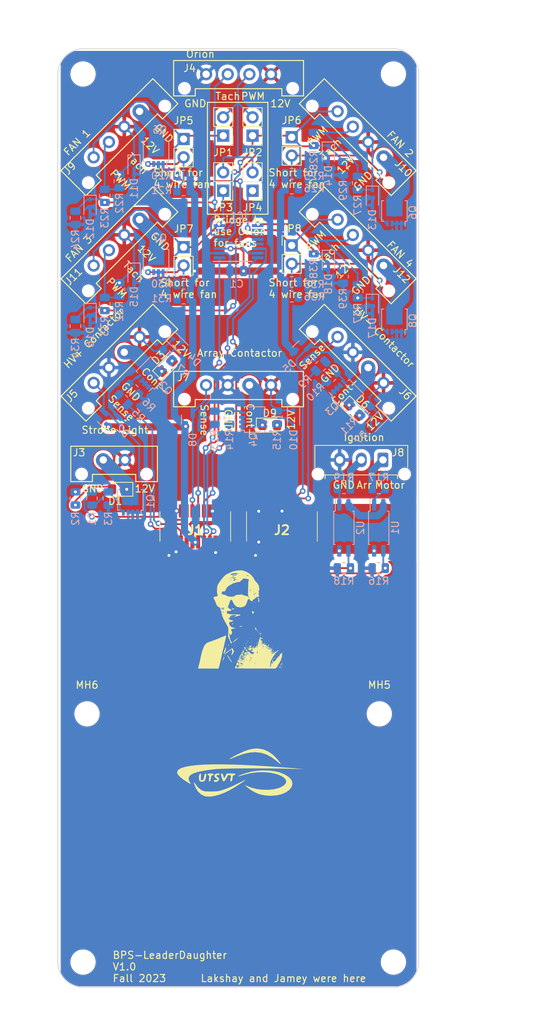
<source format=kicad_pcb>
(kicad_pcb (version 20221018) (generator pcbnew)
  (layers (0 "F.Cu" signal) (31 "B.Cu" signal) (34 "B.Paste" user) (35 "F.Paste" user) (36 "B.SilkS" user "B.Silkscreen") (37 "F.SilkS" user "F.Silkscreen") (38 "B.Mask" user) (39 "F.Mask" user) (44 "Edge.Cuts" user))
  (net 0 "")
  (net 1 "+12V")
  (net 2 "/HV+_Sense")
  (net 3 "GND")
  (net 4 "/HV-_Sense")
  (net 5 "/Array_Sense")
  (net 6 "Net-(D1-A)")
  (net 7 "/HV+ Contactor Driver/CONTACTOR_V-")
  (net 8 "/HV- Contactor Driver/CONTACTOR_V-")
  (net 9 "/Array Contactor Driver/CONTACTOR_V-")
  (net 10 "/Fan Control/TACH1")
  (net 11 "/Fan Control/TACH2")
  (net 12 "/Fan Control/TACH3")
  (net 13 "/Fan Control/TACH4")
  (net 14 "/SCL")
  (net 15 "+3.3V")
  (net 16 "/Fan Control/PWM2")
  (net 17 "/Fan Control/PWM3")
  (net 18 "/Fan Control/PWM4")
  (net 21 "/Fan Control/PWM1")
  (net 22 "/SDA")
  (net 23 "/Fault")
  (net 24 "/Array_EN")
  (net 25 "/HV-_EN")
  (net 26 "/Strobe Light/Strobe_-")
  (net 27 "/Motor_IG")
  (net 28 "/HV+_EN")
  (net 29 "/Fan Control/Fan_PWM1/TACH_IN")
  (net 30 "/Fan Control/Fan_PWM2/TACH_IN")
  (net 31 "/Fan Control/Fan_PWM3/TACH_IN")
  (net 32 "/Fan Control/Fan_PWM4/TACH_IN")
  (net 33 "Net-(Q2-G)")
  (net 34 "Net-(Q3-G)")
  (net 35 "/Arr_IG")
  (net 36 "/Fan Control/ORION_PWM")
  (net 37 "/~{SMBALERT}")
  (net 38 "Net-(Q4-G)")
  (net 39 "Net-(JP5-B)")
  (net 40 "Net-(JP6-B)")
  (net 41 "Net-(JP7-B)")
  (net 42 "Net-(JP8-B)")
  (net 43 "Net-(D3-A)")
  (net 44 "Net-(D6-A)")
  (net 46 "Net-(D9-A)")
  (net 48 "/Fan Control/Fan_PWM1/Fan_-")
  (net 49 "Net-(Q1-G)")
  (net 50 "Net-(R17-Pad1)")
  (net 51 "Net-(R19-Pad1)")
  (net 52 "Net-(J8-Pin_1)")
  (net 53 "Net-(J8-Pin_2)")
  (net 54 "/Fan Control/Fan_PWM2/Fan_-")
  (net 55 "/Fan Control/Fan_PWM3/Fan_-")
  (net 56 "/Fan Control/Fan_PWM4/Fan_-")
  (net 63 "GND1")
  (footprint "UTSVT_Connectors:Molex_MicroFit3.0_1x4xP3.00mm_PolarizingPeg_Vertical" (layer "F.Cu") (at 172.22689 71.881072 135)
    (fp_text reference "J6")
    (fp_text value "Conn_01x04")
  )
  (footprint "MountingHole:MountingHole_3mm" (layer "F.Cu") (at 131.15 117.72)
    (fp_text reference "MH6")
    (fp_text value "M.3")
  )
  (footprint "Connector_PinHeader_2.54mm:PinHeader_1x02_P2.54mm_Vertical" (layer "F.Cu") (at 150.019 45.2602 180)
    (fp_text reference "JP3")
    (fp_text value "Termination Resistors")
  )
  (footprint "UTSVT_Connectors:Molex_53307-2071" (layer "F.Cu") (at 146.15 91.77 180)
    (fp_text reference "J1")
    (fp_text value "DaughterConnector" hide)
  )
  (footprint "UTSVT_Connectors:Molex_MicroFit3.0_1x4xP3.00mm_PolarizingPeg_Vertical" (layer "F.Cu") (at 156.646 72.186 180)
    (fp_text reference "J7")
    (fp_text value "Conn_01x04")
  )
  (footprint "MountingHole:MountingHole_3mm" (layer "F.Cu") (at 173.6 152.1)
    (fp_text reference "MH4" hide)
    (fp_text value "M.3")
  )
  (footprint "LED_SMD:LED_0805_2012Metric_Pad1.15x1.40mm_HandSolder" (layer "F.Cu") (at 135.636 86.614 180)
    (fp_text reference "D1")
    (fp_text value "Green")
  )
  (footprint "UTSVT_Connectors:Molex_MicroFit3.0_1x4xP3.00mm_PolarizingPeg_Vertical" (layer "F.Cu") (at 138.429072 65.517111 -135)
    (fp_text reference "J5")
    (fp_text value "Conn_01x04")
  )
  (footprint "Connector_PinHeader_2.54mm:PinHeader_1x02_P2.54mm_Vertical" (layer "F.Cu") (at 144.526 53.086)
    (fp_text reference "JP7")
    (fp_text value "Termination Resistors")
  )
  (footprint "Connector_PinHeader_2.54mm:PinHeader_1x02_P2.54mm_Vertical" (layer "F.Cu") (at 150.019 37.6402 180)
    (fp_text reference "JP1")
    (fp_text value "Termination Resistors")
  )
  (footprint "Connector_PinHeader_2.54mm:PinHeader_1x02_P2.54mm_Vertical" (layer "F.Cu") (at 159.512 52.842818)
    (fp_text reference "JP8")
    (fp_text value "Termination Resistors")
  )
  (footprint "UTSVT_Connectors:Molex_MicroFit3.0_1x4xP3.00mm_PolarizingPeg_Vertical" (layer "F.Cu") (at 138.429072 49.261111 -135)
    (fp_text reference "J11")
    (fp_text value "Conn_01x04")
  )
  (footprint "Connector_PinHeader_2.54mm:PinHeader_1x02_P2.54mm_Vertical" (layer "F.Cu") (at 144.526 38.1)
    (fp_text reference "JP5")
    (fp_text value "Termination Resistors")
  )
  (footprint "UTSVT_Connectors:Molex_MicroFit3.0_1x2xP3.00mm_PolarizingPeg_Vertical" (layer "F.Cu") (at 136.398 82.55 180)
    (fp_text reference "J3")
    (fp_text value "ErrorLightConn")
  )
  (footprint "UTSVT_Connectors:Molex_MicroFit3.0_1x4xP3.00mm_PolarizingPeg_Vertical" (layer "F.Cu") (at 172.22689 40.639072 135)
    (fp_text reference "J10")
    (fp_text value "Conn_01x04")
  )
  (footprint "MountingHole:MountingHole_3mm" (layer "F.Cu") (at 130.6 29.1 180)
    (fp_text reference "MH2" hide)
    (fp_text value "M.3")
  )
  (footprint "LED_SMD:LED_0805_2012Metric_Pad1.15x1.40mm_HandSolder" (layer "F.Cu") (at 168.18224 75.668335 -45)
    (fp_text reference "D6")
    (fp_text value "Green")
  )
  (footprint "UTSVT_Connectors:Molex_MicroFit3.0_1x4xP3.00mm_PolarizingPeg_Vertical" (layer "F.Cu") (at 138.429072 34.275111 -135)
    (fp_text reference "J9")
    (fp_text value "Conn_01x04")
  )
  (footprint "UTSVT_Connectors:Molex_53307-2071" (layer "F.Cu") (at 158.15 91.77 180)
    (fp_text reference "J2")
    (fp_text value "DaughterConnector" hide)
  )
  (footprint "MountingHole:MountingHole_3mm" (layer "F.Cu") (at 173.6 29.1 180)
    (fp_text reference "MH1" hide)
    (fp_text value "M.3")
  )
  (footprint "MountingHole:MountingHole_3mm" (layer "F.Cu") (at 130.6 152.1)
    (fp_text reference "MH3" hide)
    (fp_text value "M.3")
  )
  (footprint "LED_SMD:LED_0805_2012Metric_Pad1.15x1.40mm_HandSolder" (layer "F.Cu") (at 142.216335 69.561761 45)
    (fp_text reference "D3")
    (fp_text value "Green")
  )
  (footprint "MountingHole:MountingHole_3mm" (layer "F.Cu") (at 171.65 117.72)
    (fp_text reference "MH5")
    (fp_text value "M.3")
  )
  (footprint "UTSVT_Connectors:Molex_MicroFit3.0_1x4xP3.00mm_PolarizingPeg_Vertical" (layer "F.Cu") (at 172.22689 55.625072 135)
    (fp_text reference "J12")
    (fp_text value "Conn_01x04")
  )
  (footprint "UTSVT_Special:UTSVT_Logo_Symbol" (layer "F.Cu") (at 152.078122 125.984)
    (fp_text reference "LOGO2" hide)
    (fp_text value "UTSVT Logo" hide)
  )
  (footprint "Connector_PinHeader_2.54mm:PinHeader_1x02_P2.54mm_Vertical" (layer "F.Cu") (at 154.083 37.6402 180)
    (fp_text reference "JP2")
    (fp_text value "Termination Resistors")
  )
  (footprint "Connector_Molex:Molex_Micro-Fit_3.0_43650-0315_1x03_P3.00mm_Vertical" (layer "F.Cu") (at 172.15225 82.55 180)
    (fp_text reference "J8")
    (fp_text value "Conn_01x03")
  )
  (footprint "Connector_PinHeader_2.54mm:PinHeader_1x02_P2.54mm_Vertical" (layer "F.Cu") (at 159.512 37.856818)
    (fp_text reference "JP6")
    (fp_text value "Termination Resistors")
  )
  (footprint "Connector_PinHeader_2.54mm:PinHeader_1x02_P2.54mm_Vertical" (layer "F.Cu") (at 154.083 45.2652 180)
    (fp_text reference "JP4")
    (fp_text value "Termination Resistors")
  )
  (footprint "UTSVT_Connectors:Molex_MicroFit3.0_1x4xP3.00mm_PolarizingPeg_Vertical" (layer "F.Cu") (at 156.646 29.133 180)
    (fp_text reference "J4")
    (fp_text value "Conn_01x04")
  )
  (footprint "UTSVT_Special:Hallock_Image_Tiny" (layer "F.Cu") (at 151.892 104.467857)
    (fp_text reference "LOGO1" hide)
    (fp_text value "Dr. Hallock" hide)
  )
  (footprint "UTSVT_Connectors:Molex_53307-2071" (layer "F.Cu") (at 146.15 91.77 180)
    (fp_text reference "J1")
    (fp_text value "DaughterConnector" hide)
  )
  (footprint "LED_SMD:LED_0805_2012Metric_Pad1.15x1.40mm_HandSolder" (layer "F.Cu") (at 156.464 77.724)
    (fp_text reference "D9")
    (fp_text value "Green")
  )
  (footprint "Diode_SMD:D_SOD-323" (layer "B.Cu") (at 171.235527 77.284782 -135)
    (fp_text reference "D7")
    (fp_text value "1N4148WS")
  )
  (footprint "Resistor_SMD:R_0805_2012Metric" (layer "B.Cu") (at 169.642062 75.645354 -135)
    (fp_text reference "R11")
    (fp_text value "10k")
  )
  (footprint "Package_TO_SOT_SMD:LFPAK33" (layer "B.Cu") (at 140.061074 70.639392 45)
    (fp_text reference "Q2")
    (fp_text value "BUK9M23-80E")
  )
  (footprint "Resistor_SMD:R_0805_2012Metric" (layer "B.Cu") (at 159.512 42.926)
    (fp_text reference "R25")
    (fp_text value "100k")
  )
  (footprint "Resistor_SMD:R_0805_2012Metric" (layer "B.Cu") (at 133.604 60.96 -90)
    (fp_text reference "R33")
    (fp_text value "20k")
  )
  (footprint "Diode_SMD:D_SOD-323" (layer "B.Cu") (at 170.688 61.214 -90)
    (fp_text reference "D17")
    (fp_text value "1N4148WS")
  )
  (footprint "Resistor_SMD:R_0805_2012Metric" (layer "B.Cu") (at 166.624 57.15 -90)
    (fp_text reference "R39")
    (fp_text value "10k")
  )
  (footprint "Resistor_SMD:R_0805_2012Metric" (layer "B.Cu") (at 157.48 76.6755 -90)
    (fp_text reference "R15")
    (fp_text value "10k")
  )
  (footprint "Resistor_SMD:R_0805_2012Metric" (layer "B.Cu") (at 144.526 43.18 180)
    (fp_text reference "R20")
    (fp_text value "100k")
  )
  (footprint "Resistor_SMD:R_0805_2012Metric" (layer "B.Cu") (at 166.624 42.164 -90)
    (fp_text reference "R29")
    (fp_text value "10k")
  )
  (footprint "Package_TO_SOT_SMD:LFPAK33" (layer "B.Cu") (at 167.104609 73.513074 -45)
    (fp_text reference "Q3")
    (fp_text value "BUK9M23-80E")
  )
  (footprint "Resistor_SMD:R_0805_2012Metric" (layer "B.Cu") (at 168.656 44.196 90)
    (fp_text reference "R27")
    (fp_text value "10k")
  )
  (footprint "Diode_SMD:D_SOD-323" (layer "B.Cu") (at 143.832782 66.508474 -45)
    (fp_text reference "D4")
    (fp_text value "1N4148WS")
  )
  (footprint "Resistor_SMD:R_0805_2012Metric" (layer "B.Cu") (at 142.193354 68.101939 -45)
    (fp_text reference "R7")
    (fp_text value "10k")
  )
  (footprint "Resistor_SMD:R_0805_2012Metric" (layer "B.Cu") (at 159.512 57.912)
    (fp_text reference "R35")
    (fp_text value "100k")
  )
  (footprint "Package_SO:QSOP-16_3.9x4.9mm_P0.635mm" (layer "B.Cu") (at 152.146 52.324)
    (fp_text reference "IC1")
    (fp_text value "ADT7470ARQZ-REEL7")
  )
  (footprint "Resistor_SMD:R_0805_2012Metric" (layer "B.Cu") (at 171.56525 97.536)
    (fp_text reference "R16")
    (fp_text value "100k")
  )
  (footprint "Package_TO_SOT_SMD:LFPAK33" (layer "B.Cu") (at 137.16 88.289 90)
    (fp_text reference "Q1")
    (fp_text value "BUK9M23-80E")
  )
  (footprint "Resistor_SMD:R_0805_2012Metric" (layer "B.Cu") (at 150.876 76.708 -90)
    (fp_text reference "R14")
    (fp_text value "100k")
  )
  (footprint "Package_TO_SOT_SMD:SOT-23" (layer "B.Cu") (at 134.134106 76.566361 135)
    (fp_text reference "D2")
    (fp_text value "BAS70-04")
  )
  (footprint "Package_TO_SOT_SMD:LFPAK33" (layer "B.Cu") (at 173.736 48.275818 90)
    (fp_text reference "Q6")
    (fp_text value "BUK9M23-80E")
  )
  (footprint "Package_TO_SOT_SMD:LFPAK33" (layer "B.Cu") (at 140.716 40.029 90)
    (fp_text reference "Q5")
    (fp_text value "BUK9M23-80E")
  )
  (footprint "Resistor_SMD:R_0805_2012Metric" (layer "B.Cu") (at 148.844 76.708 90)
    (fp_text reference "R13")
    (fp_text value "1k")
  )
  (footprint "Package_SO:SOP-4_4.4x2.6mm_P1.27mm" (layer "B.Cu") (at 166.73925 91.948 -90)
    (fp_text reference "U2")
    (fp_text value "EL3H7")
  )
  (footprint "Diode_SMD:D_SOD-323" (layer "B.Cu") (at 137.668 56.896 -90)
    (fp_text reference "D15")
    (fp_text value "1N4148WS")
  )
  (footprint "Resistor_SMD:R_0805_2012Metric" (layer "B.Cu") (at 133.604 45.974 -90)
    (fp_text reference "R23")
    (fp_text value "20k")
  )
  (footprint "Resistor_SMD:R_0805_2012Metric" (layer "B.Cu") (at 136.109762 74.231494 135)
    (fp_text reference "R5")
    (fp_text value "1k")
  )
  (footprint "Resistor_SMD:R_0805_2012Metric" (layer "B.Cu") (at 166.73925 97.536)
    (fp_text reference "R18")
    (fp_text value "100k")
  )
  (footprint "Resistor_SMD:R_0805_2012Metric" (layer "B.Cu") (at 163.512507 69.561762 45)
    (fp_text reference "R9")
    (fp_text value "1k")
  )
  (footprint "Resistor_SMD:R_0805_2012Metric" (layer "B.Cu") (at 144.526 45.212 180)
    (fp_text reference "R21")
    (fp_text value "100k")
  )
  (footprint "Package_SO:SOP-4_4.4x2.6mm_P1.27mm" (layer "B.Cu") (at 171.56525 91.948 -90)
    (fp_text reference "U1")
    (fp_text value "EL3H7")
  )
  (footprint "Diode_SMD:D_SOD-323" (layer "B.Cu") (at 164.592 55.118 -90)
    (fp_text reference "D18")
    (fp_text value "3.3V")
  )
  (footprint "Resistor_SMD:R_0805_2012Metric" (layer "B.Cu") (at 144.526 58.166 180)
    (fp_text reference "R30")
    (fp_text value "100k")
  )
  (footprint "Resistor_SMD:R_0805_2012Metric" (layer "B.Cu") (at 129.54 87.884 -90)
    (fp_text reference "R2")
    (fp_text value "10k")
  )
  (footprint "Diode_SMD:D_SOD-323" (layer "B.Cu") (at 164.592 40.132 -90)
    (fp_text reference "D14")
    (fp_text value "3.3V")
  )
  (footprint "Package_TO_SOT_SMD:LFPAK33" (layer "B.Cu") (at 173.736 63.261818 90)
    (fp_text reference "Q8")
    (fp_text value "BUK9M23-80E")
  )
  (footprint "Resistor_SMD:R_0805_2012Metric" (layer "B.Cu") (at 129.54 64.008 -90)
    (fp_text reference "R34")
    (fp_text value "10k")
  )
  (footprint "Package_TO_SOT_SMD:SOT-23" (layer "B.Cu") (at 145.796 76.962 90)
    (fp_text reference "D8")
    (fp_text value "BAS70-04")
  )
  (footprint "Resistor_SMD:R_0805_2012Metric" (layer "B.Cu") (at 171.56525 86.487 180)
    (fp_text reference "R17")
    (fp_text value "604")
  )
  (footprint "Resistor_SMD:R_0805_2012Metric" (layer "B.Cu") (at 162.56 53.086 -90)
    (fp_text reference "R38")
    (fp_text value "20k")
  )
  (footprint "Resistor_SMD:R_0805_2012Metric" (layer "B.Cu") (at 129.54 49.022 -90)
    (fp_text reference "R24")
    (fp_text value "10k")
  )
  (footprint "Resistor_SMD:R_0805_2012Metric" (layer "B.Cu") (at 162.56 38.1 -90)
    (fp_text reference "R28")
    (fp_text value "20k")
  )
  (footprint "Capacitor_SMD:C_0805_2012Metric" (layer "B.Cu") (at 151.892 56.388 180)
    (fp_text reference "C1")
    (fp_text value "1uF")
  )
  (footprint "Resistor_SMD:R_0805_2012Metric" (layer "B.Cu") (at 168.656 59.182 90)
    (fp_text reference "R37")
    (fp_text value "10k")
  )
  (footprint "Package_TO_SOT_SMD:LFPAK33" (layer "B.Cu") (at 140.716 55.015 90)
    (fp_text reference "Q7")
    (fp_text value "BUK9M23-80E")
  )
  (footprint "Resistor_SMD:R_0805_2012Metric" (layer "B.Cu") (at 159.512 44.958)
    (fp_text reference "R26")
    (fp_text value "100k")
  )
  (footprint "Resistor_SMD:R_0805_2012Metric" (layer "B.Cu") (at 131.826 87.884 -90)
    (fp_text reference "R1")
    (fp_text value "1k")
  )
  (footprint "Resistor_SMD:R_0805_2012Metric" (layer "B.Cu") (at 135.636 58.928 -90)
    (fp_text reference "R32")
    (fp_text value "10k")
  )
  (footprint "Resistor_SMD:R_0805_2012Metric" (layer "B.Cu") (at 135.636 43.942 -90)
    (fp_text reference "R22")
    (fp_text value "10k")
  )
  (footprint "Resistor_SMD:R_0805_2012Metric" (layer "B.Cu") (at 166.73925 86.487)
    (fp_text reference "R19")
    (fp_text value "604")
  )
  (footprint "Resistor_SMD:R_0805_2012Metric" (layer "B.Cu") (at 159.512 59.944)
    (fp_text reference "R36")
    (fp_text value "100k")
  )
  (footprint "Diode_SMD:D_SOD-323" (layer "B.Cu") (at 137.668 41.91 -90)
    (fp_text reference "D11")
    (fp_text value "1N4148WS")
  )
  (footprint "Package_TO_SOT_SMD:SOT-23" (layer "B.Cu") (at 161.17764 67.586106 45)
    (fp_text reference "D5")
    (fp_text value "BAS70-04")
  )
  (footprint "Diode_SMD:D_SOD-323" (layer "B.Cu") (at 131.572 62.484 -90)
    (fp_text reference "D16")
    (fp_text value "3.3V")
  )
  (footprint "Diode_SMD:D_SOD-323" (layer "B.Cu") (at 170.688 46.228 -90)
    (fp_text reference "D13")
    (fp_text value "1N4148WS")
  )
  (footprint "Resistor_SMD:R_0805_2012Metric" (layer "B.Cu") (at 137.546603 72.794653 -45)
    (fp_text reference "R6")
    (fp_text value "100k")
  )
  (footprint "Package_TO_SOT_SMD:LFPAK33" (layer "B.Cu") (at 154.178 76.962)
    (fp_text reference "Q4")
    (fp_text value "BUK9M23-80E")
  )
  (footprint "Diode_SMD:D_SOD-323" (layer "B.Cu") (at 159.766 76.708 -90)
    (fp_text reference "D10")
    (fp_text value "1N4148WS")
  )
  (footprint "Diode_SMD:D_SOD-323" (layer "B.Cu") (at 131.572 47.498 -90)
    (fp_text reference "D12")
    (fp_text value "3.3V")
  )
  (footprint "Resistor_SMD:R_0805_2012Metric" (layer "B.Cu") (at 164.949348 70.998603 -135)
    (fp_text reference "R10")
    (fp_text value "100k")
  )
  (footprint "Resistor_SMD:R_0805_2012Metric" (layer "B.Cu") (at 134.112 87.884 -90)
    (fp_text reference "R3")
    (fp_text value "100k")
  )
  (footprint "Resistor_SMD:R_0805_2012Metric" (layer "B.Cu") (at 144.526 60.198 180)
    (fp_text reference "R31")
    (fp_text value "100k")
  )
  (gr_rect (start 147.828 33.02) (end 156.21 48.514) (stroke (width 0.15)) (fill none) (layer "F.SilkS"))
  (gr_line locked (start 177.1 152.1) (end 177.1 29.1) (stroke (width 0.1)) (layer "Edge.Cuts"))
  (gr_line locked (start 130.6 155.6) (end 173.6 155.6) (stroke (width 0.1)) (layer "Edge.Cuts"))
  (gr_line locked (start 173.6 25.6) (end 130.6 25.6) (stroke (width 0.1)) (layer "Edge.Cuts"))
  (gr_arc locked (start 127.1 29.1) (mid 128.125126 26.625126) (end 130.6 25.6) (stroke (width 0.1)) (layer "Edge.Cuts"))
  (gr_arc locked (start 177.1 152.1) (mid 176.074874 154.574874) (end 173.6 155.6) (stroke (width 0.1)) (layer "Edge.Cuts"))
  (gr_line locked (start 127.1 29.1) (end 127.1 152.1) (stroke (width 0.1)) (layer "Edge.Cuts"))
  (gr_arc locked (start 130.6 155.6) (mid 128.125126 154.574874) (end 127.1 152.1) (stroke (width 0.1)) (layer "Edge.Cuts"))
  (gr_arc locked (start 173.6 25.6) (mid 176.074874 26.625126) (end 177.1 29.1) (stroke (width 0.1)) (layer "Edge.Cuts"))
  (gr_text "Sense" (at 146.812 74.739571 -90) (layer "F.SilkS") (effects (font (size 1 1)) (justify left bottom)))
  (gr_text "Ignition" (at 166.624 80.01) (layer "F.SilkS") (effects (font (size 1 1)) (justify left bottom)))
  (gr_text "PWM" (at 152.4 32.766) (layer "F.SilkS") (effects (font (size 1 1)) (justify left bottom)))
  (gr_text "Cont-" (at 153.162 74.620523 -90) (layer "F.SilkS") (effects (font (size 1 1)) (justify left bottom)))
  (gr_text "FAN 3" (at 128.778 55.372 45) (layer "F.SilkS") (effects (font (size 1 1)) (justify left bottom)))
  (gr_text "FAN 1" (at 128.524 40.64 45) (layer "F.SilkS") (effects (font (size 1 1)) (justify left bottom)))
  (gr_text "Array Contactor\n" (at 146.304 68.326) (layer "F.SilkS") (effects (font (size 1 1)) (justify left bottom)))
  (gr_text "FAN 4\n" (at 172.466 52.832 -45) (layer "F.SilkS") (effects (font (size 1 1)) (justify left bottom)))
  (gr_text "Tach" (at 163.83 55.626 45) (layer "F.SilkS") (effects (font (size 1 1)) (justify left bottom)))
  (gr_text "Tach" (at 135.89 55.626 315) (layer "F.SilkS") (effects (font (size 1 1)) (justify left bottom)))
  (gr_text "HV+ Contactor\n" (at 128.524 70.104 45) (layer "F.SilkS") (effects (font (size 1 1)) (justify left bottom)))
  (gr_text "GND" (at 135.636 72.39 315) (layer "F.SilkS") (effects (font (size 1 1)) (justify left bottom)))
  (gr_text "PWM" (at 162.052 53.848 45) (layer "F.SilkS") (effects (font (size 1 1)) (justify left bottom)))
  (gr_text "12V" (at 160.02 78.486 90) (layer "F.SilkS") (effects (font (size 1 1)) (justify left bottom)))
  (gr_text "GND" (at 168.656 45.466 45) (layer "F.SilkS") (effects (font (size 1 1)) (justify left bottom)))
  (gr_text "Sense" (at 133.858 74.168 315) (layer "F.SilkS") (effects (font (size 1 1)) (justify left bottom)))
  (gr_text "GND" (at 130.302 87.122) (layer "F.SilkS") (effects (font (size 1 1)) (justify left bottom)))
  (gr_text "Tach" (at 164.084 41.148 45) (layer "F.SilkS") (effects (font (size 1 1)) (justify left bottom)))
  (gr_text "Orion\n" (at 144.78 26.924) (layer "F.SilkS") (effects (font (size 1 1)) (justify left bottom)))
  (gr_text "BPS-LeaderDaughter\nV1.0\nFall 2023" (at 134.62 154.94) (layer "F.SilkS") (effects (font (size 1 1)) (justify left bottom)))
  (gr_text "PWM" (at 133.604 57.912 315) (layer "F.SilkS") (effects (font (size 1 1)) (justify left bottom)))
  (gr_text "GND" (at 150.114 75.406238 -90) (layer "F.SilkS") (effects (font (size 1 1)) (justify left bottom)))
  (gr_text "FAN 2" (at 172.466 37.592 315) (layer "F.SilkS") (effects (font (size 1 1)) (justify left bottom)))
  (gr_text "Short for \n4 wire fan" (at 141.224 60.198) (layer "F.SilkS") (effects (font (size 1 1)) (justify left bottom)))
  (gr_text "Bridge to \nuse Orion \nfor fans" (at 148.59 53.086) (layer "F.SilkS") (effects (font (size 1 1)) (justify left bottom)))
  (gr_text "Short for \n4 wire fan" (at 156.21 44.958) (layer "F.SilkS") (effects (font (size 1 1)) (justify left bottom)))
  (gr_text "Tach" (at 136.398 40.64 315) (layer "F.SilkS") (effects (font (size 1 1)) (justify left bottom)))
  (gr_text "12V" (at 138.43 38.354 315) (layer "F.SilkS") (effects (font (size 1 1)) (justify left bottom)))
  (gr_text "12V" (at 170.434 78.74 45) (layer "F.SilkS") (effects (font (size 1 1)) (justify left bottom)))
  (gr_text "12V" (at 137.668 87.122) (layer "F.SilkS") (effects (font (size 1 1)) (justify left bottom)))
  (gr_text "Strobe Light" (at 130.302 78.994) (layer "F.SilkS") (effects (font (size 1 1)) (justify left bottom)))
  (gr_text "Lakshay and Jamey were here" (at 146.812 154.94) (layer "F.SilkS") (effects (font (size 1 1)) (justify left bottom)))
  (gr_text "Cont-" (at 165.608 75.184 45) (layer "F.SilkS") (effects (font (size 1 1)) (justify left bottom)))
  (gr_text "GND" (at 139.7 51.562 315) (layer "F.SilkS") (effects (font (size 1 1)) (justify left bottom)))
  (gr_text "12V" (at 166.37 43.18 45) (layer "F.SilkS") (effects (font (size 1 1)) (justify left bottom)))
  (gr_text "Sense" (at 161.146 70.286 45) (layer "F.SilkS") (effects (font (size 1 1)) (justify left bottom)))
  (gr_text "Motor" (at 170.942 86.614) (layer "F.SilkS") (effects (font (size 1 1)) (justify left bottom)))
  (gr_text "GND" (at 168.402 59.944 45) (layer "F.SilkS") (effects (font (size 1 1)) (justify left bottom)))
  (gr_text "Tach" (at 148.844 32.766) (layer "F.SilkS") (effects (font (size 1 1)) (justify left bottom)))
  (gr_text "12V" (at 166.116 57.658 45) (layer "F.SilkS") (effects (font (size 1 1)) (justify left bottom)))
  (gr_text "GND" (at 144.526 33.782) (layer "F.SilkS") (effects (font (size 1 1)) (justify left bottom)))
  (gr_text "GND" (at 140.208 36.576 315) (layer "F.SilkS") (effects (font (size 1 1)) (justify left bottom)))
  (gr_text "PWM" (at 134.112 42.926 315) (layer "F.SilkS") (effects (font (size 1 1)) (justify left bottom)))
  (gr_text "Short for \n4 wire fan" (at 156.21 60.198) (layer "F.SilkS") (effects (font (size 1 1)) (justify left bottom)))
  (gr_text "12V" (at 137.922 53.34 315) (layer "F.SilkS") (effects (font (size 1 1)) (justify left bottom)))
  (gr_text "12V" (at 142.748 66.548 315) (layer "F.SilkS") (effects (font (size 1 1)) (justify left bottom)))
  (gr_text "Cont-" (at 138.43 70.358 315) (layer "F.SilkS") (effects (font (size 1 1)) (justify left bottom)))
  (gr_text "PWM" (at 162.306 39.37 45) (layer "F.SilkS") (effects (font (size 1 1)) (justify left bottom)))
  (gr_text "GND" (at 164.084 72.136 45) (layer "F.SilkS") (effects (font (size 1 1)) (justify left bottom)))
  (gr_text "GND" (at 165.1 86.614) (layer "F.SilkS") (effects (font (size 1 1)) (justify left bottom)))
  (gr_text "12V" (at 156.464 33.782) (layer "F.SilkS") (effects (font (size 1 1)) (justify left bottom)))
  (gr_text "HV- Contactor\n" (at 167.894 61.976 315) (layer "F.SilkS") (effects (font (size 1 1)) (justify left bottom)))
  (gr_text "Short for \n4 wire fan" (at 140.26755 44.958) (layer "F.SilkS") (effects (font (size 1 1)) (justify left bottom)))
  (gr_text "Arr" (at 168.402 86.614) (layer "F.SilkS") (effects (font (size 1 1)) (justify left bottom)))
  (via (at 168.656 60.110318) (size 0.8) (drill 0.4) (layers "F.Cu" "B.Cu") (net 1))
  (via (at 168.656 45.124318) (size 0.8) (drill 0.4) (layers "F.Cu" "B.Cu") (net 1))
  (via (at 135.636 58.0155) (size 0.8) (drill 0.4) (layers "F.Cu" "B.Cu") (net 1))
  (via (at 135.636 43.0295) (size 0.8) (drill 0.4) (layers "F.Cu" "B.Cu") (net 1))
  (via (at 129.54 86.9715) (size 0.8) (drill 0.4) (layers "F.Cu" "B.Cu") (net 1))
  (segment (start 138.429072 65.517111) (end 140.368666 67.456705) (width 0.25) (layer "B.Cu") (net 1))
  (segment (start 171.977988 76.54232) (end 170.435789 75.00012) (width 0.25) (layer "B.Cu") (net 1))
  (segment (start 137.668 52.742679) (end 137.668 55.846) (width 0.25) (layer "B.Cu") (net 1))
  (segment (start 170.634318 60.110318) (end 170.688 60.164) (width 0.25) (layer "B.Cu") (net 1))
  (segment (start 170.287296 73.820666) (end 170.287296 75.00012) (width 0.25) (layer "B.Cu") (net 1))
  (segment (start 168.656 60.110318) (end 170.634318 60.110318) (width 0.25) (layer "B.Cu") (net 1))
  (segment (start 170.688 54.086182) (end 170.10557 53.503752) (width 0.25) (layer "B.Cu") (net 1))
  (segment (start 170.688 39.100182) (end 170.10557 38.517752) (width 0.25) (layer "B.Cu") (net 1))
  (segment (start 170.688 45.178) (end 170.688 39.100182) (width 0.25) (layer "B.Cu") (net 1))
  (segment (start 140.368666 67.456705) (end 141.54812 67.456705) (width 0.25) (layer "B.Cu") (net 1))
  (segment (start 156.646 72.186) (end 156.646 74.929) (width 0.25) (layer "B.Cu") (net 1))
  (segment (start 137.668 40.9975) (end 135.636 43.0295) (width 0.25) (layer "B.Cu") (net 1))
  (segment (start 137.668 37.756679) (end 137.668 40.86) (width 0.25) (layer "B.Cu") (net 1))
  (segment (start 159.766 75.658) (end 157.585 75.658) (width 0.25) (layer "B.Cu") (net 1))
  (segment (start 136.307752 36.396431) (end 137.668 37.756679) (width 0.25) (layer "B.Cu") (net 1))
  (segment (start 137.668 55.846) (end 137.668 55.9835) (width 0.25) (layer "B.Cu") (net 1))
  (segment (start 136.307752 51.382431) (end 137.668 52.742679) (width 0.25) (layer "B.Cu") (net 1))
  (segment (start 157.585 75.658) (end 157.48 75.763) (width 0.25) (layer "B.Cu") (net 1))
  (segment (start 172.22689 71.881072) (end 170.287296 73.820666) (width 0.25) (layer "B.Cu") (net 1))
  (segment (start 143.09032 65.766013) (end 141.54812 67.308212) (width 0.25) (layer "B.Cu") (net 1))
  (segment (start 170.435789 75.00012) (end 170.287296 75.00012) (width 0.25) (layer "B.Cu") (net 1))
  (segment (start 141.54812 67.308212) (end 141.54812 67.456705) (width 0.25) (layer "B.Cu") (net 1))
  (segment (start 168.656 45.124318) (end 170.634318 45.124318) (width 0.25) (layer "B.Cu") (net 1))
  (segment (start 156.646 74.929) (end 157.48 75.763) (width 0.25) (layer "B.Cu") (net 1))
  (segment (start 170.634318 45.124318) (end 170.688 45.178) (width 0.25) (layer "B.Cu") (net 1))
  (segment (start 170.688 60.164) (end 170.688 54.086182) (width 0.25) (layer "B.Cu") (net 1))
  (segment (start 137.668 40.86) (end 137.668 40.9975) (width 0.25) (layer "B.Cu") (net 1))
  (segment (start 137.668 55.9835) (end 135.636 58.0155) (width 0.25) (layer "B.Cu") (net 1))
  (segment (start 144.15 92.41411) (end 144.15 93.92) (width 0.25) (layer "F.Cu") (net 2))
  (segment (start 139.954 91.44) (end 140.583862 92.069862) (width 0.25) (layer "F.Cu") (net 2))
  (segment (start 142.822138 92.069862) (end 142.985085 91.906915) (width 0.25) (layer "F.Cu") (net 2))
  (segment (start 140.583862 92.069862) (end 142.822138 92.069862) (width 0.25) (layer "F.Cu") (net 2))
  (segment (start 142.985085 91.906915) (end 143.642805 91.906915) (width 0.25) (layer "F.Cu") (net 2))
  (segment (start 143.642805 91.906915) (end 144.15 92.41411) (width 0.25) (layer "F.Cu") (net 2))
  (via (at 139.954 91.44) (size 0.8) (drill 0.4) (layers "F.Cu" "B.Cu") (net 2))
  (segment (start 139.954 86.36) (end 139.192 85.598) (width 0.25) (layer "B.Cu") (net 2))
  (segment (start 138.977987 85.598) (end 138.36 84.980013) (width 0.25) (layer "B.Cu") (net 2))
  (segment (start 133.895456 75.903448) (end 133.471193 75.903448) (width 0.25) (layer "B.Cu") (net 2))
  (segment (start 139.954 91.44) (end 139.954 86.36) (width 0.25) (layer "B.Cu") (net 2))
  (segment (start 133.471193 73.287154) (end 132.065111 71.881072) (width 0.25) (layer "B.Cu") (net 2))
  (segment (start 138.36 84.980013) (end 138.36 80.367992) (width 0.25) (layer "B.Cu") (net 2))
  (segment (start 138.36 80.367992) (end 133.895456 75.903448) (width 0.25) (layer "B.Cu") (net 2))
  (segment (start 133.471193 75.903449) (end 133.471193 73.287154) (width 0.25) (layer "B.Cu") (net 2))
  (segment (start 139.192 85.598) (end 138.977987 85.598) (width 0.25) (layer "B.Cu") (net 2))
  (segment (start 154.396 89.838) (end 155.196 89.838) (width 0.25) (layer "F.Cu") (net 3))
  (segment (start 148.95 95.356) (end 148.971 95.377) (width 0.25) (layer "F.Cu") (net 3))
  (segment (start 143.35 93.92) (end 143.35 95.140004) (width 0.25) (layer "F.Cu") (net 3))
  (segment (start 155.196 89.838) (end 155.116 89.838) (width 0.25) (layer "F.Cu") (net 3))
  (segment (start 143.35 89.62) (end 143.5505 89.62) (width 0.25) (layer "F.Cu") (net 3))
  (segment (start 143.35 95.140004) (end 143.487042 95.277046) (width 0.25) (layer "F.Cu") (net 3))
  (segment (start 148.95 93.92) (end 148.95 95.356) (width 0.25) (layer "F.Cu") (net 3))
  (segment (start 155.116 89.838) (end 154.94 89.662) (width 0.25) (layer "F.Cu") (net 3))
  (via (at 148.5392 89.6366) (size 0.8) (drill 0.4) (layers "F.Cu" "B.Cu") (net 3))
  (via (at 154.94 93.9292) (size 0.8) (drill 0.4) (layers "F.Cu" "B.Cu") (net 3))
  (via (at 158.1658 89.6366) (size 0.8) (drill 0.4) (layers "F.Cu" "B.Cu") (net 3))
  (via (at 154.94 89.662) (size 0.8) (drill 0.4) (layers "F.Cu" "B.Cu") (net 3))
  (via (at 148.971 95.377) (size 0.8) (drill 0.4) (layers "F.Cu" "B.Cu") (net 3))
  (via (at 143.5505 89.62) (size 0.8) (drill 0.4) (layers "F.Cu" "B.Cu") (net 3))
  (via (at 143.487042 95.277046) (size 0.8) (drill 0.4) (layers "F.Cu" "B.Cu") (net 3))
  (segment (start 162.468818 67.638431) (end 167.984249 67.638431) (width 0.25) (layer "B.Cu") (net 3))
  (segment (start 135.46877 76.557522) (end 134.186431 75.275183) (width 0.25) (layer "B.Cu") (net 3))
  (segment (start 150.5417 53.9115) (end 150.942 54.3118) (width 0.25) (layer "B.Cu") (net 3))
  (segment (start 161.186479 68.92077) (end 162.468818 67.638431) (width 0.25) (layer "B.Cu") (net 3))
  (segment (start 150.318 72.186) (end 150.646 72.186) (width 0.25) (layer "B.Cu") (net 3))
  (segment (start 146.746 77.8995) (end 146.746 75.758) (width 0.25) (layer "B.Cu") (net 3))
  (segment (start 147.7645 53.9115) (end 147.701 53.975) (width 0.25) (layer "B.Cu") (net 3))
  (segment (start 149.4917 53.9115) (end 150.5417 53.9115) (width 0.25) (layer "B.Cu") (net 3))
  (segment (start 149.4917 53.9115) (end 147.7645 53.9115) (width 0.25) (layer "B.Cu") (net 3))
  (segment (start 150.942 54.3118) (end 150.942 56.388) (width 0.25) (layer "B.Cu") (net 3))
  (segment (start 134.186431 75.275183) (end 134.186431 69.759752) (width 0.25) (layer "B.Cu") (net 3))
  (segment (start 146.746 75.758) (end 150.318 72.186) (width 0.25) (layer "B.Cu") (net 3))
  (segment (start 160.952 86.868) (end 159.35 88.47) (width 0.25) (layer "F.Cu") (net 4))
  (segment (start 161.036 86.868) (end 160.952 86.868) (width 0.25) (layer "F.Cu") (net 4))
  (segment (start 159.35 88.47) (end 159.35 89.62) (width 0.25) (layer "F.Cu") (net 4))
  (via (at 161.036 86.868) (size 0.8) (drill 0.4) (layers "F.Cu" "B.Cu") (net 4))
  (segment (start 161.036 70.272893) (end 160.189988 69.426881) (width 0.25) (layer "B.Cu") (net 4))
  (segment (start 160.189988 69.426881) (end 160.189988 68.573758) (width 0.25) (layer "B.Cu") (net 4))
  (segment (start 161.036 86.868) (end 161.036 70.272893) (width 0.25) (layer "B.Cu") (net 4))
  (segment (start 160.189988 68.573758) (end 161.840553 66.923193) (width 0.25) (layer "B.Cu") (net 4))
  (segment (start 161.840552 66.923193) (end 164.456847 66.923193) (width 0.25) (layer "B.Cu") (net 4))
  (segment (start 164.456847 66.923193) (end 165.862929 65.517111) (width 0.25) (layer "B.Cu") (net 4))
  (segment (start 145.75 88.092) (end 145.75 89.62) (width 0.25) (layer "F.Cu") (net 5))
  (via (at 145.75 88.092) (size 0.8) (drill 0.4) (layers "F.Cu" "B.Cu") (net 5))
  (segment (start 145.796 88.046) (end 145.75 88.092) (width 0.25) (layer "B.Cu") (net 5))
  (segment (start 145.796 76.0245) (end 147.646 74.1745) (width 0.25) (layer "B.Cu") (net 5))
  (segment (start 147.646 74.1745) (end 147.646 72.186) (width 0.25) (layer "B.Cu") (net 5))
  (segment (start 145.796 76.0245) (end 145.796 88.046) (width 0.25) (layer "B.Cu") (net 5))
  (segment (start 134.2435 86.2465) (end 134.611 86.614) (width 0.25) (layer "F.Cu") (net 6))
  (segment (start 129.54 88.232195) (end 131.525695 86.2465) (width 0.25) (layer "F.Cu") (net 6))
  (segment (start 129.54 88.7965) (end 129.54 88.232195) (width 0.25) (layer "F.Cu") (net 6))
  (segment (start 131.525695 86.2465) (end 134.2435 86.2465) (width 0.25) (layer "F.Cu") (net 6))
  (via (at 129.54 88.7965) (size 0.8) (drill 0.4) (layers "F.Cu" "B.Cu") (net 6))
  (via (at 141.497915 70.280182) (size 0.8) (drill 0.4) (layers "F.Cu" "B.Cu") (net 7))
  (segment (start 137.63287 67.638431) (end 140.347453 70.353014) (width 2) (layer "B.Cu") (net 7))
  (segment (start 140.347453 70.053908) (end 140.347453 70.353014) (width 0.25) (layer "B.Cu") (net 7))
  (segment (start 144.575244 67.250937) (end 143.150424 67.250937) (width 0.25) (layer "B.Cu") (net 7))
  (segment (start 136.307752 67.638431) (end 137.63287 67.638431) (width 2) (layer "B.Cu") (net 7))
  (segment (start 143.150424 67.250937) (end 140.347453 70.053908) (width 0.25) (layer "B.Cu") (net 7))
  (via (at 167.463819 74.949915) (size 0.8) (drill 0.4) (layers "F.Cu" "B.Cu") (net 8))
  (segment (start 167.690093 73.799453) (end 167.390987 73.799453) (width 0.25) (layer "B.Cu") (net 8))
  (segment (start 170.493064 78.027244) (end 170.493064 76.602424) (width 0.25) (layer "B.Cu") (net 8))
  (segment (start 170.493064 76.602424) (end 167.690093 73.799453) (width 0.25) (layer "B.Cu") (net 8))
  (segment (start 170.10557 71.08487) (end 167.390987 73.799453) (width 2) (layer "B.Cu") (net 8))
  (segment (start 170.10557 69.759752) (end 170.10557 71.08487) (width 2) (layer "B.Cu") (net 8))
  (via (at 155.448 77.724) (size 0.8) (drill 0.4) (layers "F.Cu" "B.Cu") (net 9))
  (segment (start 159.766 77.758) (end 158.7585 76.7505) (width 0.25) (layer "B.Cu") (net 9))
  (segment (start 154.7945 76.7505) (end 154.583 76.962) (width 0.25) (layer "B.Cu") (net 9))
  (segment (start 158.7585 76.7505) (end 154.7945 76.7505) (width 0.25) (layer "B.Cu") (net 9))
  (segment (start 154.583 73.123) (end 154.583 76.962) (width 2) (layer "B.Cu") (net 9))
  (segment (start 153.646 72.186) (end 154.583 73.123) (width 2) (layer "B.Cu") (net 9))
  (segment (start 133.604 46.8865) (end 148.8205 46.8865) (width 0.25) (layer "F.Cu") (net 10))
  (segment (start 148.8205 46.8865) (end 148.844 46.863) (width 0.25) (layer "F.Cu") (net 10))
  (via (at 133.604 46.8865) (size 0.8) (drill 0.4) (layers "F.Cu" "B.Cu") (net 10))
  (via (at 148.844 46.863) (size 0.8) (drill 0.4) (layers "F.Cu" "B.Cu") (net 10))
  (segment (start 131.2015 46.448) (end 131.572 46.448) (width 0.25) (layer "B.Cu") (net 10))
  (segment (start 133.1655 46.448) (end 133.604 46.8865) (width 0.25) (layer "B.Cu") (net 10))
  (segment (start 148.844 30.935) (end 150.646 29.133) (width 0.25) (layer "B.Cu") (net 10))
  (segment (start 148.844 48.768) (end 148.844 46.863) (width 0.25) (layer "B.Cu") (net 10))
  (segment (start 131.572 46.448) (end 133.1655 46.448) (width 0.25) (layer "B.Cu") (net 10))
  (segment (start 148.844 46.863) (end 148.844 30.935) (width 0.25) (layer "B.Cu") (net 10))
  (segment (start 129.54 48.1095) (end 131.2015 46.448) (width 0.25) (layer "B.Cu") (net 10))
  (segment (start 148.421 51.364) (end 148.336 51.279) (width 0.25) (layer "B.Cu") (net 10))
  (segment (start 148.336 51.279) (end 148.336 49.276) (width 0.25) (layer "B.Cu") (net 10))
  (segment (start 148.336 49.276) (end 148.844 48.768) (width 0.25) (layer "B.Cu") (net 10))
  (segment (start 149.431 51.364) (end 148.421 51.364) (width 0.25) (layer "B.Cu") (net 10))
  (segment (start 152.183604 42.672) (end 155.739604 39.116) (width 0.25) (layer "F.Cu") (net 11))
  (segment (start 151.5877 42.672) (end 152.183604 42.672) (width 0.25) (layer "F.Cu") (net 11))
  (segment (start 155.739604 39.116) (end 162.4565 39.116) (width 0.25) (layer "F.Cu") (net 11))
  (segment (start 162.4565 39.116) (end 162.56 39.0125) (width 0.25) (layer "F.Cu") (net 11))
  (via (at 151.5877 42.672) (size 0.8) (drill 0.4) (layers "F.Cu" "B.Cu") (net 11))
  (via (at 162.56 39.0125) (size 0.8) (drill 0.4) (layers "F.Cu" "B.Cu") (net 11))
  (segment (start 151.194 49.951) (end 151.194 43.0657) (width 0.25) (layer "B.Cu") (net 11))
  (segment (start 151.194 43.0657) (end 151.5877 42.672) (width 0.25) (layer "B.Cu") (net 11))
  (segment (start 166.624 41.2515) (end 166.624 41.114) (width 0.25) (layer "B.Cu") (net 11))
  (segment (start 164.5225 39.0125) (end 164.592 39.082) (width 0.25) (layer "B.Cu") (net 11))
  (segment (start 150.421 50.724) (end 151.194 49.951) (width 0.25) (layer "B.Cu") (net 11))
  (segment (start 149.431 50.724) (end 150.421 50.724) (width 0.25) (layer "B.Cu") (net 11))
  (segment (start 162.56 39.0125) (end 164.5225 39.0125) (width 0.25) (layer "B.Cu") (net 11))
  (segment (start 166.624 41.114) (end 164.592 39.082) (width 0.25) (layer "B.Cu") (net 11))
  (segment (start 150.749 61.849) (end 151.384 61.214) (width 0.25) (layer "F.Cu") (net 12))
  (segment (start 133.604 61.849) (end 150.749 61.849) (width 0.25) (layer "F.Cu") (net 12))
  (via (at 151.384 61.214) (size 0.8) (drill 0.4) (layers "F.Cu" "B.Cu") (net 12))
  (via (at 133.604 61.849) (size 0.8) (drill 0.4) (layers "F.Cu" "B.Cu") (net 12))
  (segment (start 149.659 52.559) (end 149.479 52.739) (width 0.25) (layer "B.Cu") (net 12))
  (segment (start 129.54 63.0955) (end 131.2015 61.434) (width 0.25) (layer "B.Cu") (net 12))
  (segment (start 151.619 52.559) (end 149.659 52.559) (width 0.25) (layer "B.Cu") (net 12))
  (segment (start 133.1655 61.434) (end 133.5805 61.849) (width 0.25) (layer "B.Cu") (net 12))
  (segment (start 131.2015 61.434) (end 131.572 61.434) (width 0.25) (layer "B.Cu") (net 12))
  (segment (start 133.5805 61.849) (end 133.604 61.849) (width 0.25) (layer "B.Cu") (net 12))
  (segment (start 151.384 61.214) (end 151.767 60.831) (width 0.25) (layer "B.Cu") (net 12))
  (segment (start 133.604 61.849) (end 133.604 61.8725) (width 0.25) (layer "B.Cu") (net 12))
  (segment (start 151.767 52.707) (end 151.619 52.559) (width 0.25) (layer "B.Cu") (net 12))
  (segment (start 131.572 61.434) (end 133.1655 61.434) (width 0.25) (layer "B.Cu") (net 12))
  (segment (start 151.767 60.831) (end 151.767 52.707) (width 0.25) (layer "B.Cu") (net 12))
  (segment (start 162.56 53.9985) (end 162.56 53.486) (width 0.25) (layer "F.Cu") (net 13))
  (segment (start 162.56 53.486) (end 158.978498 49.904498) (width 0.25) (layer "F.Cu") (net 13))
  (segment (start 158.978498 49.904498) (end 154.874258 49.904498) (width 0.25) (layer "F.Cu") (net 13))
  (via (at 162.56 53.9985) (size 0.8) (drill 0.4) (layers "F.Cu" "B.Cu") (net 13))
  (via (at 154.874258 49.904498) (size 0.8) (drill 0.4) (layers "F.Cu" "B.Cu") (net 13))
  (segment (start 162.56 53.9985) (end 164.5225 53.9985) (width 0.25) (layer "B.Cu") (net 13))
  (segment (start 164.5225 53.9985) (end 164.592 54.068) (width 0.25) (layer "B.Cu") (net 13))
  (segment (start 166.624 56.1) (end 164.592 54.068) (width 0.25) (layer "B.Cu") (net 13))
  (segment (start 166.624 56.2375) (end 166.624 56.1) (width 0.25) (layer "B.Cu") (net 13))
  (segment (start 148.15 92.988204) (end 148.15 93.92) (width 0.25) (layer "F.Cu") (net 14))
  (segment (start 148.412903 92.694975) (end 148.412903 92.725301) (width 0.25) (layer "F.Cu") (net 14))
  (segment (start 148.545603 79.420103) (end 148.821 79.144706) (width 0.25) (layer "F.Cu") (net 14))
  (segment (start 148.821 79.144706) (end 148.821 69.746) (width 0.25) (layer "F.Cu") (net 14))
  (segment (start 148.687395 92.420483) (end 148.412903 92.694975) (width 0.25) (layer "F.Cu") (net 14))
  (segment (start 148.412903 92.725301) (end 148.15 92.988204) (width 0.25) (layer "F.Cu") (net 14))
  (segment (start 148.821 69.746) (end 149.479 69.088) (width 0.25) (layer "F.Cu") (net 14))
  (via (at 148.687395 92.420483) (size 0.8) (drill 0.4) (layers "F.Cu" "B.Cu") (net 14))
  (via (at 148.545603 79.420103) (size 0.8) (drill 0.4) (layers "F.Cu" "B.Cu") (net 14))
  (via (at 149.479 69.088) (size 0.8) (drill 0.4) (layers "F.Cu" "B.Cu") (net 14))
  (segment (start 147.8142 89.336295) (end 147.828 89.322495) (width 0.25) (layer "B.Cu") (net 14))
  (segment (start 149.4917 54.5465) (end 149.4917 69.0753) (width 0.25) (layer "B.Cu") (net 14))
  (segment (start 147.828 81.670305) (end 148.299 81.199305) (width 0.25) (layer "B.Cu") (net 14))
  (segment (start 147.828 89.322495) (end 147.828 81.670305) (width 0.25) (layer "B.Cu") (net 14))
  (segment (start 149.4917 69.0753) (end 149.479 69.088) (width 0.25) (layer "B.Cu") (net 14))
  (segment (start 148.687395 92.399972) (end 147.8142 91.526777) (width 0.25) (layer "B.Cu") (net 14))
  (segment (start 148.687395 92.420483) (end 148.687395 92.399972) (width 0.25) (layer "B.Cu") (net 14))
  (segment (start 148.299 81.199305) (end 148.299 79.666706) (width 0.25) (layer "B.Cu") (net 14))
  (segment (start 147.8142 91.526777) (end 147.8142 89.336295) (width 0.25) (layer "B.Cu") (net 14))
  (segment (start 148.299 79.666706) (end 148.545603 79.420103) (width 0.25) (layer "B.Cu") (net 14))
  (segment (start 145.606502 94.138) (end 145.596 94.138) (width 0.25) (layer "F.Cu") (net 15))
  (segment (start 152.4 53.284) (end 151.0425 53.284) (width 0.25) (layer "F.Cu") (net 15))
  (segment (start 153.0298 52.6542) (end 152.4 53.284) (width 0.25) (layer "F.Cu") (net 15))
  (segment (start 134.112 77.978) (end 144.739 77.978) (width 1) (layer "F.Cu") (net 15))
  (segment (start 157.988 56.388) (end 152.842 56.388) (width 1) (layer "F.Cu") (net 15))
  (segment (start 152.4 53.284) (end 152.842 53.726) (width 0.25) (layer "F.Cu") (net 15))
  (segment (start 153.5176 52.6542) (end 153.0298 52.6542) (width 0.25) (layer "F.Cu") (net 15))
  (segment (start 145.824502 93.92) (end 145.606502 94.138) (width 0.25) (layer "F.Cu") (net 15))
  (segment (start 152.842 53.726) (end 152.842 56.388) (width 0.25) (layer "F.Cu") (net 15))
  (segment (start 146.05 56.388) (end 152.842 56.388) (width 1) (layer "F.Cu") (net 15))
  (segment (start 144.739 77.978) (end 144.8175 77.8995) (width 1) (layer "F.Cu") (net 15))
  (via (at 146.1516 93.9546) (size 0.8) (drill 0.4) (layers "F.Cu" "B.Cu") (net 15))
  (via (at 151.0425 53.284) (size 0.8) (drill 0.4) (layers "F.Cu" "B.Cu") (net 15))
  (via (at 134.112 77.978) (size 0.8) (drill 0.4) (layers "F.Cu" "B.Cu") (net 15))
  (via (at 144.8175 77.8995) (size 0.8) (drill 0.4) (layers "F.Cu" "B.Cu") (net 15))
  (via (at 153.5176 52.6542) (size 0.8) (drill 0.4) (layers "F.Cu" "B.Cu") (net 15))
  (via (at 157.988 56.388) (size 0.8) (drill 0.4) (layers "F.Cu" "B.Cu") (net 15))
  (via (at 152.842 56.388) (size 0.8) (drill 0.4) (layers "F.Cu" "B.Cu") (net 15))
  (via (at 170.93025 95.1355) (size 0.8) (drill 0.4) (layers "F.Cu" "B.Cu") (net 15))
  (via (at 166.10425 95.1355) (size 0.8) (drill 0.4) (layers "F.Cu" "B.Cu") (net 15))
  (via (at 146.05 56.388) (size 0.8) (drill 0.4) (layers "F.Cu" "B.Cu") (net 15))
  (segment (start 134.125267 77.901025) (end 134.125267 77.964733) (width 1) (layer "B.Cu") (net 15))
  (segment (start 146.076 57.5285) (end 145.4385 58.166) (width 1) (layer "B.Cu") (net 15))
  (segment (start 146.05 56.388) (end 146.076 56.414) (width 1) (layer "B.Cu") (net 15))
  (segment (start 146.076 45.8495) (end 146.076 56.362) (width 1) (layer "B.Cu") (net 15))
  (segment (start 158.5995 42.926) (end 158.5995 44.958) (width 1) (layer "B.Cu") (net 15))
  (segment (start 157.962 57.2745) (end 158.5995 57.912) (width 1) (layer "B.Cu") (net 15))
  (segment (start 146.076 56.362) (end 146.05 56.388) (width 1) (layer "B.Cu") (net 15))
  (segment (start 145.4385 58.166) (end 145.4385 60.198) (width 1) (layer "B.Cu") (net 15))
  (segment (start 146.076 56.414) (end 146.076 57.5285) (width 1) (layer "B.Cu") (net 15))
  (segment (start 158.5995 66.333791) (end 159.842976 67.577267) (width 1) (layer "B.Cu") (net 15))
  (segment (start 144.717 77.8995) (end 143.257 76.4395) (width 1) (layer "B.Cu") (net 15))
  (segment (start 144.717 79.756) (end 144.65 79.823) (width 1) (layer "B.Cu") (net 15))
  (segment (start 157.962 45.5955) (end 158.5995 44.958) (width 1) (layer "B.Cu") (net 15))
  (segment (start 143.257 76.4395) (end 143.257 73.570657) (width 1) (layer "B.Cu") (net 15))
  (segment (start 158.5995 59.944) (end 158.5995 66.333791) (width 1) (layer "B.Cu") (net 15))
  (segment (start 144.717 79.756) (end 144.717 77.8995) (width 1) (layer "B.Cu") (net 15))
  (segment (start 145.4385 45.212) (end 146.076 45.8495) (width 1) (layer "B.Cu") (net 15))
  (segment (start 153.7828 52.644) (end 154.607 52.644) (width 0.25) (layer "B.Cu") (net 15))
  (segment (start 143.257 73.570657) (end 145.796 71.031657) (width 1) (layer "B.Cu") (net 15))
  (segment (start 145.796 71.031657) (end 145.796 60.5555) (width 1) (layer "B.Cu") (net 15))
  (segment (start 145.796 60.5555) (end 145.4385 60.198) (width 1) (layer "B.Cu") (net 15))
  (segment (start 158.5995 57.912) (end 158.5995 59.944) (width 1) (layer "B.Cu") (net 15))
  (segment (start 144.65 79.823) (end 144.65 92.453) (width 1) (layer "B.Cu") (net 15))
  (segment (start 151.0425 53.284) (end 149.177 53.284) (width 0.25) (layer "B.Cu") (net 15))
  (segment (start 157.962 56.261) (end 157.962 45.5955) (width 1) (layer "B.Cu") (net 15))
  (segment (start 157.962 56.261) (end 157.962 57.2745) (width 1) (layer "B.Cu") (net 15))
  (segment (start 145.4385 43.18) (end 145.4385 45.212) (width 1) (layer "B.Cu") (net 15))
  (segment (start 134.125267 77.964733) (end 134.112 77.978) (width 1) (layer "B.Cu") (net 15))
  (segment (start 144.65 92.453) (end 146.1516 93.9546) (width 1) (layer "B.Cu") (net 15))
  (segment (start 153.7726 52.6542) (end 153.7828 52.644) (width 0.25) (layer "B.Cu") (net 15))
  (segment (start 153.5176 52.6542) (end 153.7726 52.6542) (width 0.25) (layer "B.Cu") (net 15))
  (segment (start 154.083 37.6402) (end 159.295382 37.6402) (width 0.25) (layer "F.Cu") (net 16))
  (segment (start 154.083 39.6815) (end 154.083 37.6402) (width 0.25) (layer "F.Cu") (net 16))
  (segment (start 152.4 41.3645) (end 154.083 39.6815) (width 0.25) (layer "F.Cu") (net 16))
  (segment (start 159.295382 37.6402) (end 159.512 37.856818) (width 0.25) (layer "F.Cu") (net 16))
  (via (at 152.4 41.3645) (size 0.8) (drill 0.4) (layers "F.Cu" "B.Cu") (net 16))
  (segment (start 160.687 42.6635) (end 160.4245 42.926) (width 0.25) (layer "B.Cu") (net 16))
  (segment (start 152.4 41.3645) (end 152.3122 41.4523) (width 0.25) (layer "B.Cu") (net 16))
  (segment (start 163.054301 34.290929) (end 165.862929 34.290929) (width 0.25) (layer "B.Cu") (net 16))
  (segment (start 151.644 51.048) (end 150.688 52.004) (width 0.25) (layer "B.Cu") (net 16))
  (segment (start 159.512 37.856818) (end 160.687 39.031818) (width 0.25) (layer "B.Cu") (net 16))
  (segment (start 152.3122 41.4523) (end 152.3122 42.972305) (width 0.25) (layer "B.Cu") (net 16))
  (segment (start 150.688 52.004) (end 149.177 52.004) (width 0.25) (layer "B.Cu") (net 16))
  (segment (start 151.644 43.640505) (end 151.644 51.048) (width 0.25) (layer "B.Cu") (net 16))
  (segment (start 159.512 37.856818) (end 159.512 37.83323) (width 0.25) (layer "B.Cu") (net 16))
  (segment (start 160.687 39.031818) (end 160.687 42.6635) (width 0.25) (layer "B.Cu") (net 16))
  (segment (start 159.512 37.83323) (end 163.054301 34.290929) (width 0.25) (layer "B.Cu") (net 16))
  (segment (start 152.3122 42.972305) (end 151.644 43.640505) (width 0.25) (layer "B.Cu") (net 16))
  (segment (start 144.526 53.086) (end 146.249498 53.086) (width 0.25) (layer "F.Cu") (net 17))
  (segment (start 146.249498 53.086) (end 149.431 49.904498) (width 0.25) (layer "F.Cu") (net 17))
  (via (at 149.431 49.904498) (size 0.8) (drill 0.4) (layers "F.Cu" "B.Cu") (net 17))
  (segment (start 132.065111 55.625072) (end 132.065111 53.75124) (width 0.25) (layer "B.Cu") (net 17))
  (segment (start 132.065111 53.75124) (end 137.88024 47.936111) (width 0.25) (layer "B.Cu") (net 17))
  (segment (start 143.256 54.356) (end 143.256 57.8085) (width 0.25) (layer "B.Cu") (net 17))
  (segment (start 144.526 53.086) (end 143.256 54.356) (width 0.25) (layer "B.Cu") (net 17))
  (segment (start 150.019 45.2602) (end 150.019 49.316498) (width 0.25) (layer "B.Cu") (net 17))
  (segment (start 150.019 49.316498) (end 149.431 49.904498) (width 0.25) (layer "B.Cu") (net 17))
  (segment (start 139.376111 47.936111) (end 144.526 53.086) (width 0.25) (layer "B.Cu") (net 17))
  (segment (start 137.88024 47.936111) (end 139.376111 47.936111) (width 0.25) (layer "B.Cu") (net 17))
  (segment (start 143.256 57.8085) (end 143.6135 58.166) (width 0.25) (layer "B.Cu") (net 17))
  (segment (start 153.728287 50.736521) (end 157.416521 50.736521) (width 0.25) (layer "F.Cu") (net 18))
  (segment (start 157.416521 50.736521) (end 159.512 52.832) (width 0.25) (layer "F.Cu") (net 18))
  (segment (start 159.512 52.832) (end 159.512 52.842818) (width 0.25) (layer "F.Cu") (net 18))
  (segment (start 153.411611 50.419845) (end 153.728287 50.736521) (width 0.25) (layer "F.Cu") (net 18))
  (via (at 153.411611 50.419845) (size 0.8) (drill 0.4) (layers "F.Cu" "B.Cu") (net 18))
  (segment (start 159.512 52.842818) (end 160.687 54.017818) (width 0.25) (layer "B.Cu") (net 18))
  (segment (start 153.597 50.724) (end 154.607 50.724) (width 0.25) (layer "B.Cu") (net 18))
  (segment (start 163.054301 49.276929) (end 165.862929 49.276929) (width 0.25) (layer "B.Cu") (net 18))
  (segment (start 153.715766 50.724) (end 154.861 50.724) (width 0.25) (layer "B.Cu") (net 18))
  (segment (start 154.083 45.2652) (end 153.416 45.9322) (width 0.25) (layer "B.Cu") (net 18))
  (segment (start 153.416 50.543) (end 153.597 50.724) (width 0.25) (layer "B.Cu") (net 18))
  (segment (start 160.687 57.6495) (end 160.4245 57.912) (width 0.25) (layer "B.Cu") (net 18))
  (segment (start 153.411611 50.419845) (end 153.715766 50.724) (width 0.25) (layer "B.Cu") (net 18))
  (segment (start 153.416 45.9322) (end 153.416 50.543) (width 0.25) (layer "B.Cu") (net 18))
  (segment (start 160.687 54.017818) (end 160.687 57.6495) (width 0.25) (layer "B.Cu") (net 18))
  (segment (start 159.512 52.81923) (end 163.054301 49.276929) (width 0.25) (layer "B.Cu") (net 18))
  (segment (start 159.512 52.842818) (end 159.512 52.81923) (width 0.25) (layer "B.Cu") (net 18))
  (segment (start 152.3685 43.942) (end 144.3755 43.942) (width 0.25) (layer "F.Cu") (net 21))
  (segment (start 144.3755 43.942) (end 143.6135 43.18) (width 0.25) (layer "F.Cu") (net 21))
  (segment (start 150.019 37.6402) (end 144.9858 37.6402) (width 0.25) (layer "F.Cu") (net 21))
  (segment (start 144.9858 37.6402) (end 144.526 38.1) (width 0.25) (layer "F.Cu") (net 21))
  (via (at 143.6135 43.18) (size 0.8) (drill 0.4) (layers "F.Cu" "B.Cu") (net 21))
  (via (at 152.3685 43.942) (size 0.8) (drill 0.4) (layers "F.Cu" "B.Cu") (net 21))
  (segment (start 152.3685 52.8513) (end 152.3685 43.942) (width 0.25) (layer "B.Cu") (net 21))
  (segment (start 143.256 42.8225) (end 143.6135 43.18) (width 0.25) (layer "B.Cu") (net 21))
  (segment (start 153.4412 53.924) (end 152.3685 52.8513) (width 0.25) (layer "B.Cu") (net 21))
  (segment (start 154.861 53.924) (end 153.4412 53.924) (width 0.25) (layer "B.Cu") (net 21))
  (segment (start 139.376111 32.950111) (end 144.526 38.1) (width 0.25) (layer "B.Cu") (net 21))
  (segment (start 144.526 38.1) (end 143.256 39.37) (width 0.25) (layer "B.Cu") (net 21))
  (segment (start 132.065111 38.76524) (end 137.88024 32.950111) (width 0.25) (layer "B.Cu") (net 21))
  (segment (start 143.256 39.37) (end 143.256 42.8225) (width 0.25) (layer "B.Cu") (net 21))
  (segment (start 137.88024 32.950111) (end 139.376111 32.950111) (width 0.25) (layer "B.Cu") (net 21))
  (segment (start 132.065111 40.639072) (end 132.065111 38.76524) (width 0.25) (layer "B.Cu") (net 21))
  (segment (start 150.622 68.970305) (end 150.622 67.056) (width 0.25) (layer "F.Cu") (net 22))
  (segment (start 148.327897 80.145103) (end 148.845908 80.145103) (width 0.25) (layer "F.Cu") (net 22))
  (segment (start 147.574 80.899) (end 148.327897 80.145103) (width 0.25) (layer "F.Cu") (net 22))
  (segment (start 147.687862 92.425744) (end 147.35 92.763606) (width 0.25) (layer "F.Cu") (net 22))
  (segment (start 148.845908 80.145103) (end 149.352 79.639011) (width 0.25) (layer "F.Cu") (net 22))
  (segment (start 147.35 92.763606) (end 147.35 93.92) (width 0.25) (layer "F.Cu") (net 22))
  (segment (start 149.352 70.240305) (end 150.622 68.970305) (width 0.25) (layer "F.Cu") (net 22))
  (segment (start 149.352 79.639011) (end 149.352 70.240305) (width 0.25) (layer "F.Cu") (net 22))
  (via (at 147.687862 92.425744) (size 0.8) (drill 0.4) (layers "F.Cu" "B.Cu") (net 22))
  (via (at 150.622 67.056) (size 0.8) (drill 0.4) (layers "F.Cu" "B.Cu") (net 22))
  (via (at 147.574 80.899) (size 0.8) (drill 0.4) (layers "F.Cu" "B.Cu") (net 22))
  (segment (start 153.667 55.6798) (end 153.667 59.956305) (width 0.25) (layer "B.Cu") (net 22))
  (segment (start 147.378 89.136099) (end 147.3642 89.149899) (width 0.25) (layer "B.Cu") (net 22))
  (segment (start 150.622 63.001305) (end 153.667 59.956305) (width 0.25) (layer "B.Cu") (net 22))
  (segment (start 147.3642 92.102082) (end 147.687862 92.425744) (width 0.25) (layer "B.Cu") (net 22))
  (segment (start 147.378 81.095) (end 147.378 89.136099) (width 0.25) (layer "B.Cu") (net 22))
  (segment (start 147.3642 89.149899) (end 147.3642 92.102082) (width 0.25) (layer "B.Cu") (net 22))
  (segment (start 147.574 80.899) (end 147.378 81.095) (width 0.25) (layer "B.Cu") (net 22))
  (segment (start 154.8003 54.5465) (end 153.667 55.6798) (width 0.25) (layer "B.Cu") (net 22))
  (segment (start 150.622 67.056) (end 150.622 63.001305) (width 0.25) (layer "B.Cu") (net 22))
  (segment (start 144.95 89.62) (end 144.95 90.77) (width 0.25) (layer "F.Cu") (net 23))
  (segment (start 144.95 90.77) (end 144.875 90.845) (width 0.25) (layer "F.Cu") (net 23))
  (segment (start 142.0006 90.845) (end 141.5796 90.424) (width 0.25) (layer "F.Cu") (net 23))
  (segment (start 144.875 90.845) (end 142.0006 90.845) (width 0.25) (layer "F.Cu") (net 23))
  (segment (start 141.5796 90.424) (end 131.826 90.424) (width 0.25) (layer "F.Cu") (net 23))
  (via (at 131.826 90.424) (size 0.8) (drill 0.4) (layers "F.Cu" "B.Cu") (net 23))
  (segment (start 130.801 89.399) (end 130.801 87.9965) (width 0.25) (layer "B.Cu") (net 23))
  (segment (start 131.826 90.424) (end 130.801 89.399) (width 0.25) (layer "B.Cu") (net 23))
  (segment (start 130.801 87.9965) (end 131.826 86.9715) (width 0.25) (layer "B.Cu") (net 23))
  (segment (start 146.55 87.122) (end 146.55 89.62) (width 0.25) (layer "F.Cu") (net 24))
  (via (at 146.55 87.122) (size 0.8) (drill 0.4) (layers "F.Cu" "B.Cu") (net 24))
  (segment (start 146.558 79.9065) (end 148.844 77.6205) (width 0.25) (layer "B.Cu") (net 24))
  (segment (start 146.558 87.114) (end 146.558 79.9065) (width 0.25) (layer "B.Cu") (net 24))
  (segment (start 146.55 87.122) (end 146.558 87.114) (width 0.25) (layer "B.Cu") (net 24))
  (segment (start 160.736 87.884) (end 160.15 88.47) (width 0.25) (layer "F.Cu") (net 25))
  (segment (start 160.15 88.47) (end 160.15 89.62) (width 0.25) (layer "F.Cu") (net 25))
  (segment (start 161.798 87.884) (end 160.736 87.884) (width 0.25) (layer "F.Cu") (net 25))
  (via (at 161.798 87.884) (size 0.8) (drill 0.4) (layers "F.Cu" "B.Cu") (net 25))
  (segment (start 161.798 71.276269) (end 162.867272 70.206997) (width 0.25) (layer "B.Cu") (net 25))
  (segment (start 161.798 87.884) (end 161.798 71.276269) (width 0.25) (layer "B.Cu") (net 25))
  (via (at 136.652 86.614) (size 0.8) (drill 0.4) (layers "F.Cu" "B.Cu") (net 26))
  (segment (start 137.16 86.386) (end 136.652 86.614) (width 2) (layer "B.Cu") (net 26))
  (segment (start 136.652 86.614) (end 137.16 87.884) (width 2) (layer "B.Cu") (net 26))
  (segment (start 133.374 82.6) (end 137.16 86.386) (width 2) (layer "B.Cu") (net 26))
  (segment (start 159.35 95.07) (end 162.541 98.261) (width 0.25) (layer "F.Cu") (net 27))
  (segment (start 162.541 98.261) (end 171.75275 98.261) (width 0.25) (layer "F.Cu") (net 27))
  (segment (start 171.75275 98.261) (end 172.47775 97.536) (width 0.25) (layer "F.Cu") (net 27))
  (segment (start 159.35 93.92) (end 159.35 95.07) (width 0.25) (layer "F.Cu") (net 27))
  (via (at 172.47775 97.536) (size 0.8) (drill 0.4) (layers "F.Cu" "B.Cu") (net 27))
  (segment (start 172.20025 95.1355) (end 172.20025 97.2585) (width 0.25) (layer "B.Cu") (net 27))
  (segment (start 172.20025 97.2585) (end 172.47775 97.536) (width 0.25) (layer "B.Cu") (net 27))
  (segment (start 141.149403 91.44) (end 144.272 91.44) (width 0.25) (layer "F.Cu") (net 28))
  (segment (start 144.272 91.44) (end 144.95 92.118) (width 0.25) (layer "F.Cu") (net 28))
  (segment (start 141.054265 91.344862) (end 141.149403 91.44) (width 0.25) (layer "F.Cu") (net 28))
  (segment (start 144.95 92.118) (end 144.95 93.92) (width 0.25) (layer "F.Cu") (net 28))
  (via (at 141.054265 91.344862) (size 0.8) (drill 0.4) (layers "F.Cu" "B.Cu") (net 28))
  (segment (start 140.884167 91.344862) (end 140.412 90.872695) (width 0.25) (layer "B.Cu") (net 28))
  (segment (start 140.208 83.885987) (end 140.208 78.329732) (width 0.25) (layer "B.Cu") (net 28))
  (segment (start 140.412 84.089987) (end 140.208 83.885987) (width 0.25) (layer "B.Cu") (net 28))
  (segment (start 140.208 78.329732) (end 136.754997 74.876729) (width 0.25) (layer "B.Cu") (net 28))
  (segment (start 140.412 90.872695) (end 140.412 84.089987) (width 0.25) (layer "B.Cu") (net 28))
  (segment (start 141.054265 91.344862) (end 140.884167 91.344862) (width 0.25) (layer "B.Cu") (net 28))
  (segment (start 133.604 39.100183) (end 134.186431 38.517752) (width 0.25) (layer "B.Cu") (net 29))
  (segment (start 135.429 45.0615) (end 135.636 44.8545) (width 0.25) (layer "B.Cu") (net 29))
  (segment (start 133.604 45.0615) (end 135.429 45.0615) (width 0.25) (layer "B.Cu") (net 29))
  (segment (start 133.604 45.0615) (end 133.604 39.100183) (width 0.25) (layer "B.Cu") (net 29))
  (segment (start 164.0926 37.1875) (end 162.56 37.1875) (width 0.25) (layer "B.Cu") (net 30))
  (segment (start 162.56 37.1875) (end 167.19318 37.1875) (width 0.25) (layer "B.Cu") (net 30))
  (segment (start 167.19318 37.1875) (end 167.984249 36.396431) (width 0.25) (layer "B.Cu") (net 30))
  (segment (start 168.656 41.7509) (end 164.0926 37.1875) (width 0.25) (layer "B.Cu") (net 30))
  (segment (start 168.656 43.2835) (end 168.656 41.7509) (width 0.25) (layer "B.Cu") (net 30))
  (segment (start 135.429 60.0475) (end 135.636 59.8405) (width 0.25) (layer "B.Cu") (net 31))
  (segment (start 133.604 54.086183) (end 134.186431 53.503752) (width 0.25) (layer "B.Cu") (net 31))
  (segment (start 133.604 60.0475) (end 135.429 60.0475) (width 0.25) (layer "B.Cu") (net 31))
  (segment (start 133.604 60.0475) (end 133.604 54.086183) (width 0.25) (layer "B.Cu") (net 31))
  (segment (start 164.0926 52.1735) (end 162.56 52.1735) (width 0.25) (layer "B.Cu") (net 32))
  (segment (start 168.656 58.2695) (end 168.656 56.7369) (width 0.25) (layer "B.Cu") (net 32))
  (segment (start 168.656 56.7369) (end 164.0926 52.1735) (width 0.25) (layer "B.Cu") (net 32))
  (segment (start 162.56 52.1735) (end 167.19318 52.1735) (width 0.25) (layer "B.Cu") (net 32))
  (segment (start 167.19318 52.1735) (end 167.984249 51.382431) (width 0.25) (layer "B.Cu") (net 32))
  (segment (start 135.464527 73.58626) (end 138.015415 71.035372) (width 0.25) (layer "B.Cu") (net 33))
  (segment (start 138.015415 71.035372) (end 138.286236 71.035372) (width 0.25) (layer "B.Cu") (net 33))
  (segment (start 164.157741 68.916527) (end 166.708629 71.467415) (width 0.25) (layer "B.Cu") (net 34))
  (segment (start 166.708629 71.467415) (end 166.708629 71.738236) (width 0.25) (layer "B.Cu") (net 34))
  (segment (start 160.15 93.92) (end 160.15 95.0752) (width 0.25) (layer "F.Cu") (net 35))
  (segment (start 162.6108 97.536) (end 164.211 97.536) (width 0.25) (layer "F.Cu") (net 35))
  (segment (start 164.211 97.536) (end 167.65175 97.536) (width 0.25) (layer "F.Cu") (net 35))
  (segment (start 160.15 95.0752) (end 162.6108 97.536) (width 0.25) (layer "F.Cu") (net 35))
  (via (at 167.65175 97.536) (size 0.8) (drill 0.4) (layers "F.Cu" "B.Cu") (net 35))
  (segment (start 167.37425 97.2585) (end 167.65175 97.536) (width 0.25) (layer "B.Cu") (net 35))
  (segment (start 167.37425 95.1355) (end 167.37425 97.2585) (width 0.25) (layer "B.Cu") (net 35))
  (segment (start 152.0444 33.0616) (end 152.0444 32.766) (width 0.25) (layer "B.Cu") (net 36))
  (segment (start 150.019 40.735) (end 150.114 40.64) (width 0.25) (layer "B.Cu") (net 36))
  (segment (start 153.924 40.64) (end 152.0444 40.64) (width 0.25) (layer "B.Cu") (net 36))
  (segment (start 153.646 29.133) (end 152.0444 30.7346) (width 0.25) (layer "B.Cu") (net 36))
  (segment (start 150.019 35.1002) (end 152.0444 33.0748) (width 0.25) (layer "B.Cu") (net 36))
  (segment (start 154.083 35.1002) (end 152.0444 33.0616) (width 0.25) (layer "B.Cu") (net 36))
  (segment (start 152.0444 33.0748) (end 152.0444 32.766) (width 0.25) (layer "B.Cu") (net 36))
  (segment (start 152.0444 30.7346) (end 152.0444 32.766) (width 0.25) (layer "B.Cu") (net 36))
  (segment (start 150.019 42.7202) (end 150.019 40.735) (width 0.25) (layer "B.Cu") (net 36))
  (segment (start 154.083 42.7252) (end 154.083 40.799) (width 0.25) (layer "B.Cu") (net 36))
  (segment (start 152.0444 40.64) (end 152.0444 32.766) (width 0.25) (layer "B.Cu") (net 36))
  (segment (start 150.114 40.64) (end 152.0444 40.64) (width 0.25) (layer "B.Cu") (net 36))
  (segment (start 154.083 40.799) (end 153.924 40.64) (width 0.25) (layer "B.Cu") (net 36))
  (segment (start 147.35 88.3245) (end 148.5525 87.122) (width 0.25) (layer "F.Cu") (net 37))
  (segment (start 149.535 80.899) (end 151.821 78.613) (width 0.25) (layer "F.Cu") (net 37))
  (segment (start 147.35 89.62) (end 147.35 88.3245) (width 0.25) (layer "F.Cu") (net 37))
  (segment (start 149.479 80.899) (end 149.535 80.899) (width 0.25) (layer "F.Cu") (net 37))
  (segment (start 151.3465 66.167) (end 151.821 66.6415) (width 0.25) (layer "F.Cu") (net 37))
  (segment (start 151.821 66.6415) (end 151.821 78.613) (width 0.25) (layer "F.Cu") (net 37))
  (via (at 149.479 80.899) (size 0.8) (drill 0.4) (layers "F.Cu" "B.Cu") (net 37))
  (via (at 148.5525 87.122) (size 0.8) (drill 0.4) (layers "F.Cu" "B.Cu") (net 37))
  (via (at 151.3465 66.167) (size 0.8) (drill 0.4) (layers "F.Cu" "B.Cu") (net 37))
  (segment (start 154.117 60.259) (end 151.384 62.992) (width 0.25) (layer "B.Cu") (net 37))
  (segment (start 154.117 56.769) (end 154.117 60.259) (width 0.25) (layer "B.Cu") (net 37))
  (segment (start 151.384 62.992) (end 151.384 66.1295) (width 0.25) (layer "B.Cu") (net 37))
  (segment (start 148.5525 87.122) (end 148.5525 81.8255) (width 0.25) (layer "B.Cu") (net 37))
  (segment (start 149.098 81.28) (end 149.479 80.899) (width 0.25) (layer "B.Cu") (net 37))
  (segment (start 155.8503 53.2765) (end 155.9253 53.3515) (width 0.25) (layer "B.Cu") (net 37))
  (segment (start 151.384 66.1295) (end 151.3465 66.167) (width 0.25) (layer "B.Cu") (net 37))
  (segment (start 155.9253 54.9607) (end 154.117 56.769) (width 0.25) (layer "B.Cu") (net 37))
  (segment (start 154.8003 53.2765) (end 155.8503 53.2765) (width 0.25) (layer "B.Cu") (net 37))
  (segment (start 148.5525 81.8255) (end 149.098 81.28) (width 0.25) (layer "B.Cu") (net 37))
  (segment (start 155.9253 53.3515) (end 155.9253 54.9607) (width 0.25) (layer "B.Cu") (net 37))
  (segment (start 148.844 75.7955) (end 152.4515 75.7955) (width 0.25) (layer "B.Cu") (net 38))
  (segment (start 152.4515 75.7955) (end 152.643 75.987) (width 0.25) (layer "B.Cu") (net 38))
  (segment (start 144.526 40.64) (end 143.602 41.564) (width 0.25) (layer "F.Cu") (net 39))
  (segment (start 143.602 41.564) (end 139.591498 41.564) (width 0.25) (layer "F.Cu") (net 39))
  (via (at 139.591498 41.564) (size 0.8) (drill 0.4) (layers "F.Cu" "B.Cu") (net 39))
  (segment (start 144.526 40.381) (end 144.526 44.0455) (width 0.25) (layer "B.Cu") (net 39))
  (segment (start 144.526 44.0455) (end 143.6135 44.958) (width 0.25) (layer "B.Cu") (net 39))
  (segment (start 169.413 40.396818) (end 171.704 42.687818) (width 0.25) (layer "F.Cu") (net 40))
  (segment (start 159.512 40.396818) (end 169.413 40.396818) (width 0.25) (layer "F.Cu") (net 40))
  (via (at 171.704 42.687818) (size 0.8) (drill 0.4) (layers "F.Cu" "B.Cu") (net 40))
  (segment (start 159.512 40.396818) (end 159.512 44.0455) (width 0.25) (layer "B.Cu") (net 40))
  (segment (start 171.704 42.687818) (end 171.704 48.90332) (width 0.25) (layer "B.Cu") (net 40))
  (segment (start 171.704 48.90332) (end 172.611498 49.810818) (width 0.25) (layer "B.Cu") (net 40))
  (segment (start 159.512 44.0455) (end 160.4245 44.958) (width 0.25) (layer "B.Cu") (net 40))
  (segment (start 143.602 56.55) (end 139.591498 56.55) (width 0.25) (layer "F.Cu") (net 41))
  (segment (start 144.526 55.626) (end 143.602 56.55) (width 0.25) (layer "F.Cu") (net 41))
  (via (at 139.591498 56.55) (size 0.8) (drill 0.4) (layers "F.Cu" "B.Cu") (net 41))
  (segment (start 144.526 59.0315) (end 143.6135 59.944) (width 0.25) (layer "B.Cu") (net 41))
  (segment (start 144.526 55.367) (end 144.526 59.0315) (width 0.25) (layer "B.Cu") (net 41))
  (segment (start 159.512 55.382818) (end 169.413 55.382818) (width 0.25) (layer "F.Cu") (net 42))
  (segment (start 169.413 55.382818) (end 171.704 57.673818) (width 0.25) (layer "F.Cu") (net 42))
  (via (at 171.704 57.673818) (size 0.8) (drill 0.4) (layers "F.Cu" "B.Cu") (net 42))
  (segment (start 171.704 63.88932) (end 172.611498 64.796818) (width 0.25) (layer "B.Cu") (net 42))
  (segment (start 159.512 59.0315) (end 160.4245 59.944) (width 0.25) (layer "B.Cu") (net 42))
  (segment (start 159.512 55.382818) (end 159.512 59.0315) (width 0.25) (layer "B.Cu") (net 42))
  (segment (start 171.704 57.673818) (end 171.704 63.88932) (width 0.25) (layer "B.Cu") (net 42))
  (via (at 142.934756 68.843341) (size 0.8) (drill 0.4) (layers "F.Cu" "B.Cu") (net 43))
  (via (at 168.90066 76.386756) (size 0.8) (drill 0.4) (layers "F.Cu" "B.Cu") (net 44))
  (via (at 157.48 77.724) (size 0.8) (drill 0.4) (layers "F.Cu" "B.Cu") (net 46))
  (segment (start 140.773111 38.608) (end 140.773111 36.61915) (width 2) (layer "B.Cu") (net 48))
  (segment (start 140.773111 36.61915) (end 138.429072 34.275111) (width 2) (layer "B.Cu") (net 48))
  (segment (start 132.287 88.7965) (end 134.112 86.9715) (width 0.25) (layer "B.Cu") (net 49))
  (segment (start 135.66 89.299) (end 136.185 89.824) (width 0.25) (layer "B.Cu") (net 49))
  (segment (start 135.66 88.5195) (end 135.66 89.299) (width 0.25) (layer "B.Cu") (net 49))
  (segment (start 134.112 86.9715) (end 135.66 88.5195) (width 0.25) (layer "B.Cu") (net 49))
  (segment (start 131.826 88.7965) (end 132.287 88.7965) (width 0.25) (layer "B.Cu") (net 49))
  (segment (start 170.93025 88.0345) (end 172.47775 86.487) (width 0.25) (layer "B.Cu") (net 50))
  (segment (start 170.93025 88.7605) (end 170.93025 88.0345) (width 0.25) (layer "B.Cu") (net 50))
  (segment (start 166.10425 88.7605) (end 166.10425 86.7645) (width 0.25) (layer "B.Cu") (net 51))
  (segment (start 166.10425 86.7645) (end 165.82675 86.487) (width 0.25) (layer "B.Cu") (net 51))
  (segment (start 170.65275 86.487) (end 170.65275 84.0495) (width 1) (layer "B.Cu") (net 52))
  (segment (start 170.65275 84.0495) (end 172.15225 82.55) (width 1) (layer "B.Cu") (net 52))
  (segment (start 167.65175 84.0505) (end 169.15225 82.55) (width 1) (layer "B.Cu") (net 53))
  (segment (start 167.65175 86.487) (end 167.65175 84.0505) (width 1) (layer "B.Cu") (net 53))
  (segment (start 173.736 46.228) (end 174.851281 45.112719) (width 2) (layer "B.Cu") (net 54))
  (segment (start 174.851281 43.279281) (end 172.22689 40.65489) (width 2) (layer "B.Cu") (net 54))
  (segment (start 173.736 47.870818) (end 173.736 46.228) (width 2) (layer "B.Cu") (net 54))
  (segment (start 174.851281 45.112719) (end 174.851281 43.279281) (width 2) (layer "B.Cu") (net 54))
  (segment (start 140.773111 51.60515) (end 138.429072 49.261111) (width 2) (layer "B.Cu") (net 55))
  (segment (start 140.773111 53.594) (end 140.773111 51.60515) (width 2) (layer "B.Cu") (net 55))
  (segment (start 173.736 61.214) (end 174.851281 60.098719) (width 2) (layer "B.Cu") (net 56))
  (segment (start 173.736 62.856818) (end 173.736 61.214) (width 2) (layer "B.Cu") (net 56))
  (segment (start 174.851281 58.265281) (end 172.22689 55.64089) (width 2) (layer "B.Cu") (net 56))
  (segment (start 174.851281 60.098719) (end 174.851281 58.265281) (width 2) (layer "B.Cu") (net 56))
  (segment (start 172.20025 89.505082) (end 172.20025 88.7605) (width 1) (layer "B.Cu") (net 63))
  (segment (start 171.432332 90.273) (end 172.20025 89.505082) (width 1) (layer "B.Cu") (net 63))
  (segment (start 168.88675 90.273) (end 171.432332 90.273) (width 1) (layer "B.Cu") (net 63))
  (segment (start 167.37425 88.7605) (end 168.88675 90.273) (width 1) (layer "B.Cu") (net 63))
  (zone (net 15) (net_name "+3.3V") (layer "F.Cu") (connect_pads (clearance 0.5)) (min_thickness 0.25) (fill yes (thermal_gap 0.5) (thermal_bridge_width 0.5))
    (polygon (pts (xy 145.1864 95.5548) (xy 176.760339 95.5548) (xy 176.784 88.646) (xy 145.1864 88.646)))
  )
  (zone (net 1) (net_name "+12V") (layer "F.Cu") (priority 2) (connect_pads (clearance 0.5)) (min_thickness 0.25) (fill yes (thermal_gap 0.5) (thermal_bridge_width 0.5))
    (polygon (pts (xy 127.508 25.908) (xy 176.784 25.908) (xy 176.784 56.896) (xy 176.784 87.884) (xy 144.526 87.884) (xy 144.526 96.52) (xy 176.784 96.52) (xy 176.784 155.448) (xy 127.508 155.448)))
  )
  (zone (net 3) (net_name "GND") (layer "B.Cu") (priority 2) (connect_pads (clearance 0.5)) (min_thickness 0.25) (fill yes (thermal_gap 0.5) (thermal_bridge_width 0.5))
    (polygon (pts (xy 127.508 25.908) (xy 176.784 25.908) (xy 176.784 155.448) (xy 127.508 155.448)))
  )
)
</source>
